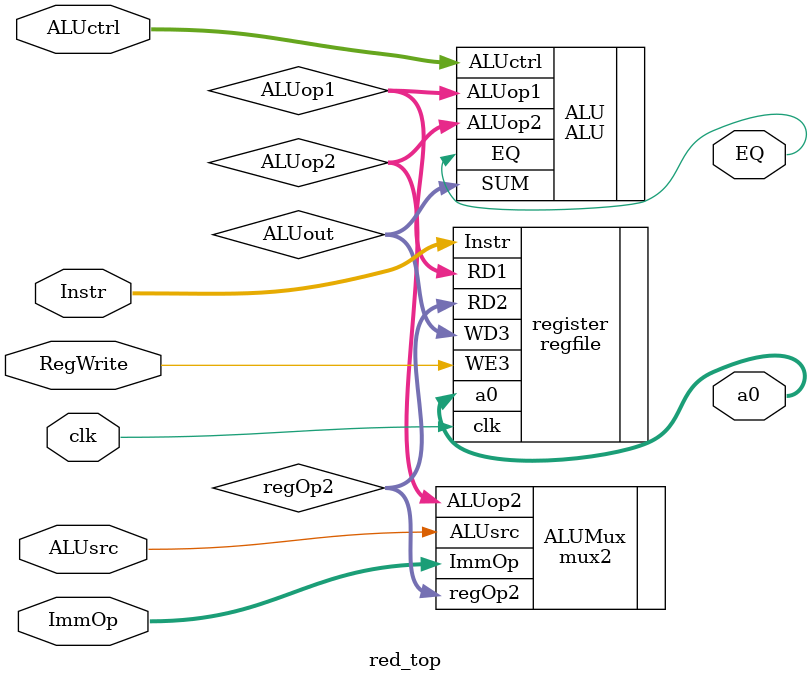
<source format=sv>
module red_top #(
    parameter DATA_WIDTH = 32 
)(
    input wire clk,
    input wire ALUsrc,
    input wire [2:0] ALUctrl,
    input wire [DATA_WIDTH-1:0] Instr,
    input wire RegWrite,
    input wire [DATA_WIDTH-1:0] ImmOp,
    output wire EQ,
    output wire [DATA_WIDTH-1:0] a0
);

wire [DATA_WIDTH-1:0] ALUout;
wire [DATA_WIDTH-1:0] ALUop1;
wire [DATA_WIDTH-1:0] ALUop2;
wire [DATA_WIDTH-1:0] regOp2;

regfile register(
.clk(clk),
.Instr(Instr),
.WE3(RegWrite),
.WD3(ALUout),
.RD1(ALUop1),
.RD2(regOp2),
.a0(a0)
);

mux2 ALUMux(
.ALUsrc(ALUsrc),
.regOp2(regOp2),
.ImmOp(ImmOp),
.ALUop2(ALUop2)
);

ALU ALU(
.ALUctrl(ALUctrl),
.ALUop1(ALUop1),
.ALUop2(ALUop2),
.SUM(ALUout),
.EQ(EQ)
);

endmodule

</source>
